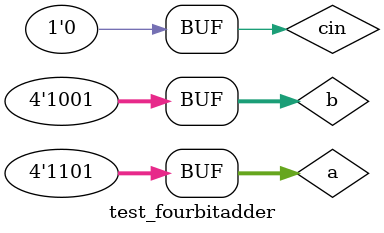
<source format=v>
module fulladder(a, b, cin, s, c);
    input a;
    input b;
    input cin;
    output s;
    output c;
    wire w1,w2,w3;

xor(s,a,b,cin);
and(w1,a,b);
and(w2,b,cin);
and(w3,a,cin);
or(c,w1,w2,w3);

endmodule


module fourbitadder(a,b,cin,s,c);

input [3:0]a ;
input [3:0]b ;
input cin ;
output [3:0]s;
output c;
wire c1,c2,c3;

fulladder f2(a[0], b[0], cin, s[0], c1);
fulladder f3(a[1], b[1], c1,  s[1], c2);
fulladder f4(a[2], b[2], c2,  s[2], c3);
fulladder f5(a[3], b[3], c3,  s[3], c );

endmodule

module test_fourbitadder;
reg [3:0]a;
reg [3:0]b;
reg cin;
wire [3:0]s;
wire c;

fourbitadder b1(a,b,cin,s,c);
initial begin 
$monitor("sum is %b carry is %b",s,c);

a=4'b1101;b=4'b1001;cin=4'b0000;
end
endmodule
</source>
